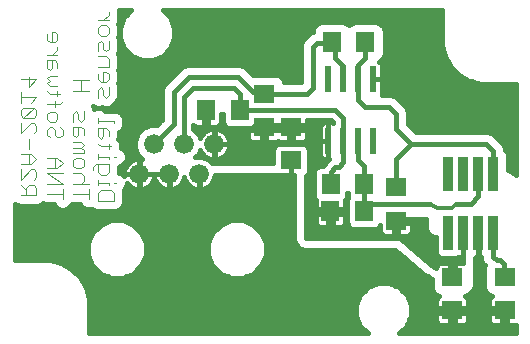
<source format=gbl>
G75*
G70*
%OFA0B0*%
%FSLAX24Y24*%
%IPPOS*%
%LPD*%
%AMOC8*
5,1,8,0,0,1.08239X$1,22.5*
%
%ADD10C,0.0040*%
%ADD11R,0.0709X0.0630*%
%ADD12R,0.0236X0.0866*%
%ADD13R,0.0354X0.1181*%
%ADD14R,0.0710X0.0630*%
%ADD15R,0.0630X0.0710*%
%ADD16C,0.0660*%
%ADD17C,0.0160*%
%ADD18C,0.0120*%
D10*
X002399Y005281D02*
X002399Y005628D01*
X002399Y005797D02*
X001879Y006144D01*
X002399Y006144D01*
X002754Y006152D02*
X003014Y006152D01*
X003101Y006065D01*
X003101Y005892D01*
X003014Y005805D01*
X003274Y005805D02*
X002754Y005805D01*
X002399Y005797D02*
X001879Y005797D01*
X001879Y005455D02*
X002399Y005455D01*
X002754Y005463D02*
X003274Y005463D01*
X003274Y005636D02*
X003274Y005289D01*
X003589Y005238D02*
X003589Y005498D01*
X003675Y005585D01*
X004022Y005585D01*
X004109Y005498D01*
X004109Y005238D01*
X003589Y005238D01*
X003589Y005754D02*
X003589Y005927D01*
X003589Y005840D02*
X003935Y005840D01*
X003935Y005754D01*
X004109Y005840D02*
X004196Y005840D01*
X003935Y006184D02*
X003849Y006098D01*
X003675Y006098D01*
X003589Y006184D01*
X003589Y006444D01*
X003502Y006444D02*
X003415Y006358D01*
X003415Y006271D01*
X003502Y006444D02*
X003935Y006444D01*
X003935Y006184D01*
X003935Y006613D02*
X003935Y006700D01*
X003589Y006700D01*
X003589Y006613D02*
X003589Y006787D01*
X003675Y007044D02*
X003589Y007130D01*
X003675Y007044D02*
X004022Y007044D01*
X003935Y007130D02*
X003935Y006957D01*
X004109Y006700D02*
X004196Y006700D01*
X003675Y007301D02*
X003762Y007387D01*
X003762Y007648D01*
X003849Y007648D02*
X003589Y007648D01*
X003589Y007387D01*
X003675Y007301D01*
X003935Y007387D02*
X003935Y007561D01*
X003849Y007648D01*
X003589Y007816D02*
X003589Y007990D01*
X003589Y007903D02*
X004109Y007903D01*
X004109Y007816D01*
X003101Y007954D02*
X003101Y008214D01*
X002927Y008128D02*
X002927Y007954D01*
X003014Y007867D01*
X003101Y007954D01*
X002927Y008128D02*
X002841Y008214D01*
X002754Y008128D01*
X002754Y007867D01*
X002754Y007699D02*
X002754Y007438D01*
X002841Y007352D01*
X002927Y007438D01*
X002927Y007699D01*
X003014Y007699D02*
X003101Y007612D01*
X003101Y007438D01*
X003014Y007183D02*
X002754Y007183D01*
X002754Y007010D02*
X003014Y007010D01*
X003101Y007096D01*
X003014Y007183D01*
X003014Y007010D02*
X003101Y006923D01*
X003101Y006836D01*
X002754Y006836D01*
X002841Y006667D02*
X003014Y006667D01*
X003101Y006581D01*
X003101Y006407D01*
X003014Y006320D01*
X002841Y006320D01*
X002754Y006407D01*
X002754Y006581D01*
X002841Y006667D01*
X002399Y006486D02*
X002226Y006660D01*
X001879Y006660D01*
X002139Y006660D02*
X002139Y006313D01*
X002226Y006313D02*
X001879Y006313D01*
X002226Y006313D02*
X002399Y006486D01*
X001524Y006619D02*
X001351Y006792D01*
X001004Y006792D01*
X001264Y006792D02*
X001264Y006445D01*
X001351Y006445D02*
X001004Y006445D01*
X001004Y006277D02*
X001004Y005930D01*
X001351Y006277D01*
X001438Y006277D01*
X001524Y006190D01*
X001524Y006017D01*
X001438Y005930D01*
X001438Y005761D02*
X001264Y005761D01*
X001177Y005674D01*
X001177Y005414D01*
X001004Y005414D02*
X001524Y005414D01*
X001524Y005674D01*
X001438Y005761D01*
X001177Y005588D02*
X001004Y005761D01*
X001351Y006445D02*
X001524Y006619D01*
X001264Y006961D02*
X001264Y007308D01*
X001438Y007477D02*
X001524Y007563D01*
X001524Y007737D01*
X001438Y007824D01*
X001351Y007824D01*
X001004Y007477D01*
X001004Y007824D01*
X001091Y007992D02*
X001438Y008339D01*
X001091Y008339D01*
X001004Y008253D01*
X001004Y008079D01*
X001091Y007992D01*
X001438Y007992D01*
X001524Y008079D01*
X001524Y008253D01*
X001438Y008339D01*
X001351Y008508D02*
X001524Y008681D01*
X001004Y008681D01*
X001004Y008508D02*
X001004Y008855D01*
X001264Y009024D02*
X001264Y009371D01*
X001004Y009284D02*
X001524Y009284D01*
X001264Y009024D01*
X001879Y009149D02*
X001966Y009063D01*
X002226Y009063D01*
X002226Y008892D02*
X002226Y008719D01*
X002313Y008806D02*
X001966Y008806D01*
X001879Y008892D01*
X001879Y009149D02*
X001966Y009236D01*
X001879Y009323D01*
X001966Y009410D01*
X002226Y009410D01*
X002226Y009665D02*
X002226Y009839D01*
X002139Y009925D01*
X001879Y009925D01*
X001879Y009665D01*
X001966Y009578D01*
X002052Y009665D01*
X002052Y009925D01*
X002052Y010094D02*
X002226Y010267D01*
X002226Y010354D01*
X002139Y010524D02*
X002226Y010610D01*
X002226Y010784D01*
X002139Y010871D01*
X002052Y010871D01*
X002052Y010524D01*
X001966Y010524D02*
X002139Y010524D01*
X001966Y010524D02*
X001879Y010610D01*
X001879Y010784D01*
X001879Y010094D02*
X002226Y010094D01*
X002754Y009246D02*
X003274Y009246D01*
X003014Y009246D02*
X003014Y008899D01*
X002754Y008899D02*
X003274Y008899D01*
X003589Y008936D02*
X003589Y008676D01*
X003762Y008762D02*
X003849Y008676D01*
X003935Y008762D01*
X003935Y009023D01*
X003849Y009191D02*
X003935Y009278D01*
X003935Y009452D01*
X003849Y009538D01*
X003762Y009538D01*
X003762Y009191D01*
X003675Y009191D02*
X003849Y009191D01*
X003675Y009191D02*
X003589Y009278D01*
X003589Y009452D01*
X003589Y009707D02*
X003935Y009707D01*
X003935Y009967D01*
X003849Y010054D01*
X003589Y010054D01*
X003589Y010223D02*
X003589Y010483D01*
X003675Y010570D01*
X003762Y010483D01*
X003762Y010309D01*
X003849Y010223D01*
X003935Y010309D01*
X003935Y010570D01*
X003849Y010738D02*
X003675Y010738D01*
X003589Y010825D01*
X003589Y010998D01*
X003675Y011085D01*
X003849Y011085D01*
X003935Y010998D01*
X003935Y010825D01*
X003849Y010738D01*
X003935Y011254D02*
X003589Y011254D01*
X003762Y011254D02*
X003935Y011427D01*
X003935Y011514D01*
X003675Y009023D02*
X003762Y008936D01*
X003762Y008762D01*
X003589Y008936D02*
X003675Y009023D01*
X002399Y008549D02*
X002313Y008462D01*
X001879Y008462D01*
X002139Y008375D02*
X002139Y008549D01*
X002139Y008206D02*
X001966Y008206D01*
X001879Y008120D01*
X001879Y007946D01*
X001966Y007860D01*
X002139Y007860D01*
X002226Y007946D01*
X002226Y008120D01*
X002139Y008206D01*
X002052Y007691D02*
X001966Y007691D01*
X001879Y007604D01*
X001879Y007431D01*
X001966Y007344D01*
X002139Y007431D02*
X002139Y007604D01*
X002052Y007691D01*
X002313Y007691D02*
X002399Y007604D01*
X002399Y007431D01*
X002313Y007344D01*
X002226Y007344D01*
X002139Y007431D01*
X002754Y007699D02*
X003014Y007699D01*
D11*
X010011Y007681D03*
X010011Y006578D03*
X015386Y002681D03*
X015386Y001578D03*
X017136Y001578D03*
X017136Y002681D03*
D12*
X012761Y007231D03*
X012261Y007231D03*
X011761Y007231D03*
X011261Y007231D03*
X011261Y009278D03*
X011761Y009278D03*
X012261Y009278D03*
X012761Y009278D03*
D13*
X015261Y006114D03*
X015761Y006114D03*
X016261Y006114D03*
X016761Y006114D03*
X016761Y004145D03*
X016261Y004145D03*
X015761Y004145D03*
X015261Y004145D03*
D14*
X013511Y004570D03*
X013511Y005689D03*
X009119Y007684D03*
X009119Y008804D03*
D15*
X008304Y008244D03*
X007184Y008244D03*
X011377Y010514D03*
X012496Y010514D03*
X012454Y005787D03*
X011334Y005787D03*
X011327Y004880D03*
X012446Y004880D03*
D16*
X007456Y007124D03*
X006456Y007124D03*
X005456Y007124D03*
X004956Y006124D03*
X005956Y006124D03*
X006956Y006124D03*
D17*
X003274Y001971D02*
X003274Y000814D01*
X012567Y000814D01*
X012320Y001061D01*
X012182Y001395D01*
X012182Y001757D01*
X012320Y002092D01*
X012576Y002348D01*
X012911Y002487D01*
X013273Y002487D01*
X013608Y002348D01*
X013864Y002092D01*
X014003Y001757D01*
X014003Y001395D01*
X013864Y001061D01*
X013617Y000814D01*
X017497Y000814D01*
X017497Y001083D01*
X017214Y001083D01*
X017214Y001501D01*
X017059Y001501D01*
X016602Y001501D01*
X016602Y001240D01*
X016614Y001194D01*
X016638Y001153D01*
X016672Y001119D01*
X016713Y001096D01*
X016758Y001083D01*
X017059Y001083D01*
X017059Y001501D01*
X017059Y001656D01*
X016602Y001656D01*
X016602Y001917D01*
X016614Y001963D01*
X016638Y002004D01*
X016672Y002037D01*
X016700Y002054D01*
X016601Y002094D01*
X016511Y002184D01*
X016462Y002302D01*
X016462Y003059D01*
X016469Y003077D01*
X016422Y003124D01*
X016361Y003271D01*
X016361Y003325D01*
X016313Y003373D01*
X016312Y003375D01*
X016270Y003375D01*
X016270Y003477D01*
X016264Y003491D01*
X016264Y003997D01*
X016259Y003997D01*
X016259Y003491D01*
X016253Y003477D01*
X016253Y003375D01*
X016210Y003375D01*
X016210Y003373D01*
X016161Y003325D01*
X016161Y002561D01*
X016168Y002538D01*
X016161Y002482D01*
X016161Y002425D01*
X016152Y002403D01*
X016150Y002380D01*
X016122Y002330D01*
X016101Y002278D01*
X016084Y002261D01*
X016072Y002241D01*
X016028Y002205D01*
X016016Y002193D01*
X016012Y002184D01*
X015922Y002094D01*
X015823Y002054D01*
X015851Y002037D01*
X015885Y002004D01*
X015908Y001963D01*
X015921Y001917D01*
X015921Y001656D01*
X015464Y001656D01*
X015464Y001501D01*
X015921Y001501D01*
X015921Y001240D01*
X015908Y001194D01*
X015885Y001153D01*
X015851Y001119D01*
X015810Y001096D01*
X015764Y001083D01*
X015464Y001083D01*
X015464Y001501D01*
X015309Y001501D01*
X014852Y001501D01*
X014852Y001240D01*
X014864Y001194D01*
X014888Y001153D01*
X014922Y001119D01*
X014963Y001096D01*
X015008Y001083D01*
X015309Y001083D01*
X015309Y001501D01*
X015309Y001656D01*
X014852Y001656D01*
X014852Y001917D01*
X014864Y001963D01*
X014888Y002004D01*
X014922Y002037D01*
X014950Y002054D01*
X014851Y002094D01*
X014761Y002184D01*
X014712Y002302D01*
X014712Y002630D01*
X014474Y002762D01*
X014433Y002776D01*
X014405Y002801D01*
X014373Y002819D01*
X014346Y002852D01*
X013486Y003605D01*
X010432Y003605D01*
X010285Y003665D01*
X010172Y003778D01*
X010111Y003925D01*
X010111Y006083D01*
X010089Y006083D01*
X010089Y006094D01*
X009934Y006091D01*
X009934Y006083D01*
X009633Y006083D01*
X009633Y006083D01*
X009617Y006083D01*
X009613Y006085D01*
X008245Y006078D01*
X008241Y006077D01*
X008165Y006078D01*
X008090Y006078D01*
X008086Y006079D01*
X007466Y006090D01*
X007466Y006083D01*
X007454Y006004D01*
X007429Y005928D01*
X007392Y005856D01*
X007345Y005791D01*
X007289Y005735D01*
X007224Y005687D01*
X007152Y005651D01*
X007076Y005626D01*
X006996Y005614D01*
X006965Y005614D01*
X006965Y006098D01*
X006948Y006098D01*
X006948Y005614D01*
X006916Y005614D01*
X006837Y005626D01*
X006761Y005651D01*
X006689Y005687D01*
X006624Y005735D01*
X006567Y005791D01*
X006520Y005856D01*
X006484Y005928D01*
X006459Y006004D01*
X006456Y006020D01*
X006454Y006004D01*
X006429Y005928D01*
X006392Y005856D01*
X006345Y005791D01*
X006289Y005735D01*
X006224Y005687D01*
X006152Y005651D01*
X006076Y005626D01*
X005996Y005614D01*
X005965Y005614D01*
X005965Y006115D01*
X005948Y006115D01*
X005948Y005614D01*
X005916Y005614D01*
X005837Y005626D01*
X005761Y005651D01*
X005689Y005687D01*
X005624Y005735D01*
X005567Y005791D01*
X005520Y005856D01*
X005484Y005928D01*
X005459Y006004D01*
X005456Y006020D01*
X005454Y006004D01*
X005429Y005928D01*
X005392Y005856D01*
X005345Y005791D01*
X005289Y005735D01*
X005224Y005687D01*
X005152Y005651D01*
X005076Y005626D01*
X004996Y005614D01*
X004965Y005614D01*
X004965Y006115D01*
X004965Y006132D01*
X005466Y006132D01*
X005948Y006132D01*
X005948Y006115D01*
X004965Y006115D01*
X004948Y006115D01*
X004948Y005614D01*
X004916Y005614D01*
X004837Y005626D01*
X004761Y005651D01*
X004689Y005687D01*
X004624Y005735D01*
X004567Y005791D01*
X004536Y005835D01*
X004536Y005773D01*
X004484Y005648D01*
X004435Y005599D01*
X004449Y005566D01*
X004449Y005170D01*
X004397Y005046D01*
X004302Y004950D01*
X004177Y004898D01*
X003521Y004898D01*
X003396Y004950D01*
X003381Y004965D01*
X003342Y004949D01*
X003207Y004949D01*
X003082Y005001D01*
X002986Y005097D01*
X002975Y005123D01*
X002702Y005123D01*
X002688Y005089D01*
X002592Y004993D01*
X002467Y004941D01*
X002332Y004941D01*
X002207Y004993D01*
X002111Y005089D01*
X002100Y005115D01*
X001811Y005115D01*
X001737Y005146D01*
X001717Y005126D01*
X001592Y005074D01*
X000936Y005074D01*
X000814Y005125D01*
X000814Y003274D01*
X001971Y003274D01*
X002353Y003172D01*
X002353Y003172D01*
X002695Y002974D01*
X002695Y002974D01*
X002974Y002695D01*
X002974Y002695D01*
X003172Y002353D01*
X003172Y002353D01*
X003274Y001971D01*
X003274Y001920D02*
X012249Y001920D01*
X012183Y001762D02*
X003274Y001762D01*
X003274Y001603D02*
X012182Y001603D01*
X012182Y001445D02*
X003274Y001445D01*
X003274Y001286D02*
X012227Y001286D01*
X012292Y001128D02*
X003274Y001128D01*
X003274Y000969D02*
X012412Y000969D01*
X013773Y000969D02*
X017497Y000969D01*
X017214Y001128D02*
X017059Y001128D01*
X017059Y001286D02*
X017214Y001286D01*
X017214Y001445D02*
X017059Y001445D01*
X017059Y001603D02*
X015464Y001603D01*
X015309Y001603D02*
X014003Y001603D01*
X014001Y001762D02*
X014852Y001762D01*
X014853Y001920D02*
X013935Y001920D01*
X013870Y002079D02*
X014889Y002079D01*
X014739Y002237D02*
X013719Y002237D01*
X013493Y002396D02*
X014712Y002396D01*
X014712Y002554D02*
X003056Y002554D01*
X002957Y002713D02*
X003897Y002713D01*
X004015Y002664D02*
X004397Y002664D01*
X004750Y002810D01*
X005020Y003080D01*
X005166Y003433D01*
X005166Y003815D01*
X005020Y004167D01*
X004750Y004437D01*
X004397Y004584D01*
X004015Y004584D01*
X003663Y004437D01*
X003392Y004167D01*
X003246Y003815D01*
X003246Y003433D01*
X003392Y003080D01*
X003663Y002810D01*
X004015Y002664D01*
X003601Y002871D02*
X002798Y002871D01*
X002599Y003030D02*
X003443Y003030D01*
X003348Y003188D02*
X002292Y003188D01*
X003282Y003347D02*
X000814Y003347D01*
X000814Y003505D02*
X003246Y003505D01*
X003246Y003664D02*
X000814Y003664D01*
X000814Y003822D02*
X003249Y003822D01*
X003315Y003981D02*
X000814Y003981D01*
X000814Y004139D02*
X003381Y004139D01*
X003523Y004298D02*
X000814Y004298D01*
X000814Y004456D02*
X003708Y004456D01*
X003440Y004932D02*
X000814Y004932D01*
X000814Y004773D02*
X010111Y004773D01*
X010111Y004615D02*
X000814Y004615D01*
X000814Y005090D02*
X000898Y005090D01*
X001631Y005090D02*
X002110Y005090D01*
X002688Y005090D02*
X002992Y005090D01*
X004258Y004932D02*
X010111Y004932D01*
X010111Y005090D02*
X004416Y005090D01*
X004449Y005249D02*
X010111Y005249D01*
X010111Y005407D02*
X004449Y005407D01*
X004449Y005566D02*
X010111Y005566D01*
X010111Y005724D02*
X007274Y005724D01*
X007406Y005883D02*
X010111Y005883D01*
X010011Y005761D02*
X009994Y005744D01*
X009119Y005744D01*
X008369Y004994D01*
X008397Y004584D02*
X008015Y004584D01*
X007663Y004437D01*
X007392Y004167D01*
X007246Y003815D01*
X007246Y003433D01*
X007392Y003080D01*
X007663Y002810D01*
X008015Y002664D01*
X008397Y002664D01*
X008750Y002810D01*
X009020Y003080D01*
X009166Y003433D01*
X009166Y003815D01*
X009020Y004167D01*
X008750Y004437D01*
X008397Y004584D01*
X008705Y004456D02*
X010111Y004456D01*
X010111Y004298D02*
X008890Y004298D01*
X009032Y004139D02*
X010111Y004139D01*
X010111Y003981D02*
X009097Y003981D01*
X009163Y003822D02*
X010154Y003822D01*
X010289Y003664D02*
X009166Y003664D01*
X009166Y003505D02*
X013600Y003505D01*
X013781Y003347D02*
X009131Y003347D01*
X009065Y003188D02*
X013962Y003188D01*
X014143Y003030D02*
X008970Y003030D01*
X008812Y002871D02*
X014324Y002871D01*
X014563Y002713D02*
X008516Y002713D01*
X007897Y002713D02*
X004516Y002713D01*
X004812Y002871D02*
X007601Y002871D01*
X007443Y003030D02*
X004970Y003030D01*
X005065Y003188D02*
X007348Y003188D01*
X007282Y003347D02*
X005131Y003347D01*
X005166Y003505D02*
X007246Y003505D01*
X007246Y003664D02*
X005166Y003664D01*
X005163Y003822D02*
X007249Y003822D01*
X007315Y003981D02*
X005097Y003981D01*
X005032Y004139D02*
X007381Y004139D01*
X007523Y004298D02*
X004890Y004298D01*
X004705Y004456D02*
X007708Y004456D01*
X006965Y005724D02*
X006948Y005724D01*
X006948Y005883D02*
X006965Y005883D01*
X006948Y006041D02*
X006965Y006041D01*
X006638Y005724D02*
X006274Y005724D01*
X006406Y005883D02*
X006507Y005883D01*
X005965Y005883D02*
X005948Y005883D01*
X005948Y006041D02*
X005965Y006041D01*
X005948Y005724D02*
X005965Y005724D01*
X005638Y005724D02*
X005274Y005724D01*
X005406Y005883D02*
X005507Y005883D01*
X004965Y005883D02*
X004948Y005883D01*
X004948Y006041D02*
X004965Y006041D01*
X004948Y006115D02*
X004446Y006115D01*
X004446Y006083D01*
X004449Y006068D01*
X004388Y006129D01*
X004275Y006175D01*
X004275Y006365D01*
X004388Y006412D01*
X004484Y006507D01*
X004536Y006632D01*
X004536Y006768D01*
X004484Y006892D01*
X004388Y006988D01*
X004362Y006999D01*
X004362Y007111D01*
X004310Y007236D01*
X004261Y007285D01*
X004275Y007320D01*
X004275Y007517D01*
X004302Y007528D01*
X004397Y007624D01*
X004449Y007749D01*
X004449Y007971D01*
X004397Y008096D01*
X004302Y008191D01*
X004177Y008243D01*
X003816Y008243D01*
X003781Y008278D01*
X003656Y008330D01*
X003521Y008330D01*
X003436Y008294D01*
X003397Y008387D01*
X003521Y008336D01*
X003656Y008336D01*
X003719Y008362D01*
X003781Y008336D01*
X003916Y008336D01*
X004002Y008371D01*
X004041Y008387D01*
X004041Y008387D01*
X004041Y008387D01*
X004087Y008433D01*
X004128Y008474D01*
X004134Y008480D01*
X004224Y008570D01*
X004233Y008593D01*
X004275Y008695D01*
X004275Y009090D01*
X004251Y009150D01*
X004275Y009210D01*
X004275Y009519D01*
X004251Y009579D01*
X004275Y009639D01*
X004275Y010035D01*
X004233Y010138D01*
X004233Y010140D01*
X004275Y010242D01*
X004275Y010637D01*
X004251Y010697D01*
X004275Y010757D01*
X004275Y011066D01*
X004251Y011126D01*
X004275Y011186D01*
X004275Y011322D01*
X004268Y011341D01*
X004275Y011360D01*
X004275Y011582D01*
X004272Y011591D01*
X004693Y011591D01*
X004446Y011344D01*
X004308Y011009D01*
X004308Y010647D01*
X004446Y010313D01*
X004702Y010056D01*
X005037Y009918D01*
X005399Y009918D01*
X005734Y010056D01*
X005990Y010313D01*
X006129Y010647D01*
X006129Y011009D01*
X005990Y011344D01*
X005743Y011591D01*
X015036Y011591D01*
X015036Y010434D01*
X015138Y010052D01*
X015336Y009710D01*
X015336Y009710D01*
X015615Y009430D01*
X015615Y009430D01*
X015958Y009233D01*
X016339Y009130D01*
X017497Y009130D01*
X017497Y006084D01*
X017485Y006112D01*
X017388Y006209D01*
X017261Y006262D01*
X017259Y006262D01*
X017259Y006768D01*
X017210Y006886D01*
X017161Y006934D01*
X017161Y006959D01*
X017101Y007106D01*
X016738Y007469D01*
X016591Y007530D01*
X014177Y007530D01*
X013911Y007795D01*
X013911Y008209D01*
X013851Y008356D01*
X013499Y008708D01*
X013352Y008769D01*
X013043Y008769D01*
X013047Y008776D01*
X013060Y008821D01*
X013060Y009278D01*
X012761Y009278D01*
X012761Y009278D01*
X013060Y009278D01*
X013060Y009735D01*
X013047Y009781D01*
X013024Y009822D01*
X012990Y009855D01*
X012958Y009874D01*
X012993Y009888D01*
X013083Y009978D01*
X013131Y010096D01*
X013131Y010933D01*
X013083Y011051D01*
X012993Y011141D01*
X012875Y011189D01*
X012118Y011189D01*
X012000Y011141D01*
X011937Y011077D01*
X011873Y011141D01*
X011755Y011189D01*
X010998Y011189D01*
X010881Y011141D01*
X010791Y011051D01*
X010742Y010933D01*
X010742Y010874D01*
X010642Y010833D01*
X010530Y010720D01*
X010405Y010595D01*
X010344Y010448D01*
X010344Y009204D01*
X009785Y009204D01*
X009745Y009300D01*
X009655Y009390D01*
X009537Y009439D01*
X008740Y009439D01*
X008470Y009708D01*
X008323Y009769D01*
X006539Y009769D01*
X006392Y009708D01*
X005892Y009208D01*
X005780Y009095D01*
X005719Y008948D01*
X005719Y007952D01*
X005541Y007774D01*
X005327Y007774D01*
X005088Y007675D01*
X004905Y007492D01*
X004806Y007253D01*
X004806Y006994D01*
X004905Y006755D01*
X005033Y006628D01*
X004996Y006634D01*
X004965Y006634D01*
X004965Y006132D01*
X004948Y006132D01*
X004948Y006634D01*
X004916Y006634D01*
X004837Y006621D01*
X004761Y006596D01*
X004689Y006560D01*
X004624Y006513D01*
X004567Y006456D01*
X004520Y006391D01*
X004484Y006319D01*
X004459Y006243D01*
X004446Y006164D01*
X004446Y006132D01*
X004948Y006132D01*
X004948Y006115D01*
X004948Y006200D02*
X004965Y006200D01*
X004948Y006358D02*
X004965Y006358D01*
X004948Y006517D02*
X004965Y006517D01*
X004630Y006517D02*
X004488Y006517D01*
X004503Y006358D02*
X004275Y006358D01*
X004275Y006200D02*
X004452Y006200D01*
X004516Y005724D02*
X004638Y005724D01*
X004948Y005724D02*
X004965Y005724D01*
X004985Y006675D02*
X004536Y006675D01*
X004508Y006834D02*
X004873Y006834D01*
X004807Y006992D02*
X004378Y006992D01*
X004346Y007151D02*
X004806Y007151D01*
X004830Y007309D02*
X004271Y007309D01*
X004275Y007468D02*
X004895Y007468D01*
X005040Y007626D02*
X004398Y007626D01*
X004449Y007785D02*
X005552Y007785D01*
X005710Y007943D02*
X004449Y007943D01*
X004391Y008102D02*
X005719Y008102D01*
X005719Y008260D02*
X003799Y008260D01*
X004073Y008419D02*
X005719Y008419D01*
X005719Y008577D02*
X004227Y008577D01*
X004224Y008570D02*
X004224Y008570D01*
X004224Y008570D01*
X004128Y008474D02*
X004128Y008474D01*
X004275Y008736D02*
X005719Y008736D01*
X005719Y008894D02*
X004275Y008894D01*
X004275Y009053D02*
X005762Y009053D01*
X005896Y009211D02*
X004275Y009211D01*
X004275Y009370D02*
X006054Y009370D01*
X006213Y009528D02*
X004272Y009528D01*
X004275Y009687D02*
X006371Y009687D01*
X006619Y009369D02*
X006119Y008869D01*
X006119Y007786D01*
X005456Y007124D01*
X006434Y007124D02*
X006434Y008684D01*
X006744Y008994D01*
X008119Y008994D01*
X008304Y008809D01*
X008304Y008244D01*
X011494Y008244D01*
X011744Y007994D01*
X011744Y007249D01*
X011761Y007231D01*
X011761Y006511D01*
X011619Y006369D01*
X011494Y006369D01*
X011334Y006209D01*
X011334Y005787D01*
X010779Y005724D02*
X010511Y005724D01*
X010511Y005883D02*
X010779Y005883D01*
X010779Y006041D02*
X010511Y006041D01*
X010511Y006070D02*
X010569Y006127D01*
X010606Y006216D01*
X010606Y006941D01*
X010569Y007029D01*
X010502Y007097D01*
X010413Y007133D01*
X009609Y007133D01*
X009521Y007097D01*
X009454Y007029D01*
X009417Y006941D01*
X009417Y006484D01*
X008168Y006478D01*
X007395Y006491D01*
X007279Y006607D01*
X007070Y006694D01*
X006843Y006694D01*
X006825Y006686D01*
X006940Y006801D01*
X006988Y006919D01*
X007020Y006856D01*
X007067Y006791D01*
X007124Y006735D01*
X007189Y006687D01*
X007261Y006651D01*
X007337Y006626D01*
X007416Y006614D01*
X007448Y006614D01*
X007448Y007115D01*
X007465Y007115D01*
X007465Y007132D01*
X007966Y007132D01*
X007966Y007164D01*
X007954Y007243D01*
X007929Y007319D01*
X007892Y007391D01*
X007845Y007456D01*
X007789Y007513D01*
X007724Y007560D01*
X007652Y007596D01*
X007576Y007621D01*
X007496Y007634D01*
X007465Y007634D01*
X007465Y007132D01*
X007448Y007132D01*
X007448Y007634D01*
X007416Y007634D01*
X007337Y007621D01*
X007261Y007596D01*
X007189Y007560D01*
X007124Y007513D01*
X007067Y007456D01*
X007020Y007391D01*
X006988Y007329D01*
X006940Y007447D01*
X006779Y007607D01*
X006754Y007617D01*
X006754Y007749D01*
X006758Y007745D01*
X006799Y007721D01*
X006845Y007709D01*
X007106Y007709D01*
X007106Y008130D01*
X007261Y008130D01*
X007261Y007709D01*
X007523Y007709D01*
X007568Y007721D01*
X007609Y007745D01*
X007643Y007778D01*
X007667Y007819D01*
X007679Y007865D01*
X007679Y008130D01*
X007749Y008130D01*
X007749Y007841D01*
X007785Y007753D01*
X007853Y007685D01*
X007941Y007649D01*
X008666Y007649D01*
X008754Y007685D01*
X008822Y007753D01*
X008825Y007761D01*
X009041Y007761D01*
X009041Y007606D01*
X009196Y007606D01*
X009196Y007189D01*
X009497Y007189D01*
X009543Y007201D01*
X009563Y007212D01*
X009588Y007198D01*
X009633Y007186D01*
X009934Y007186D01*
X009934Y007603D01*
X010089Y007603D01*
X010089Y007186D01*
X010389Y007186D01*
X010435Y007198D01*
X010476Y007222D01*
X010510Y007255D01*
X010533Y007296D01*
X010546Y007342D01*
X010546Y007603D01*
X010089Y007603D01*
X010089Y007758D01*
X010546Y007758D01*
X010546Y007924D01*
X011361Y007924D01*
X011424Y007861D01*
X011424Y007838D01*
X011403Y007844D01*
X011261Y007844D01*
X011120Y007844D01*
X011074Y007832D01*
X011033Y007808D01*
X010999Y007774D01*
X010976Y007733D01*
X010963Y007688D01*
X010963Y007231D01*
X011261Y007231D01*
X011261Y007231D01*
X010963Y007231D01*
X010963Y006774D01*
X010976Y006728D01*
X010999Y006687D01*
X011033Y006654D01*
X011074Y006630D01*
X011120Y006618D01*
X011261Y006618D01*
X011261Y007231D01*
X011261Y007844D01*
X011261Y007231D01*
X011261Y007231D01*
X011261Y007231D01*
X011238Y007630D01*
X011261Y007626D02*
X011261Y007626D01*
X011261Y007785D02*
X011261Y007785D01*
X011009Y007785D02*
X010546Y007785D01*
X010963Y007626D02*
X010089Y007626D01*
X010063Y007630D02*
X010011Y007681D01*
X009934Y007626D02*
X009196Y007626D01*
X009196Y007606D02*
X009196Y007761D01*
X009477Y007761D01*
X009477Y007758D01*
X009934Y007758D01*
X009934Y007603D01*
X009654Y007603D01*
X009654Y007606D01*
X009196Y007606D01*
X009196Y007468D02*
X009041Y007468D01*
X009041Y007606D02*
X009041Y007189D01*
X008740Y007189D01*
X008694Y007201D01*
X008653Y007225D01*
X008620Y007258D01*
X008596Y007299D01*
X008584Y007345D01*
X008584Y007606D01*
X009041Y007606D01*
X009041Y007626D02*
X007543Y007626D01*
X007465Y007626D02*
X007448Y007626D01*
X007369Y007626D02*
X006754Y007626D01*
X006918Y007468D02*
X007079Y007468D01*
X007448Y007468D02*
X007465Y007468D01*
X007448Y007309D02*
X007465Y007309D01*
X007448Y007151D02*
X007465Y007151D01*
X007465Y007115D02*
X007966Y007115D01*
X007966Y007083D01*
X007954Y007004D01*
X007929Y006928D01*
X007892Y006856D01*
X007845Y006791D01*
X007789Y006735D01*
X007724Y006687D01*
X007652Y006651D01*
X007576Y006626D01*
X007496Y006614D01*
X007465Y006614D01*
X007465Y007115D01*
X007465Y006992D02*
X007448Y006992D01*
X007448Y006834D02*
X007465Y006834D01*
X007448Y006675D02*
X007465Y006675D01*
X007700Y006675D02*
X009417Y006675D01*
X009417Y006834D02*
X007876Y006834D01*
X007950Y006992D02*
X009438Y006992D01*
X009196Y007309D02*
X009041Y007309D01*
X008593Y007309D02*
X007932Y007309D01*
X007966Y007151D02*
X010963Y007151D01*
X010963Y007309D02*
X010537Y007309D01*
X010546Y007468D02*
X010963Y007468D01*
X011261Y007468D02*
X011261Y007468D01*
X011261Y007309D02*
X011261Y007309D01*
X011261Y007231D02*
X011261Y006618D01*
X011290Y006618D01*
X011222Y006550D01*
X011063Y006390D01*
X011059Y006382D01*
X010972Y006382D01*
X010883Y006346D01*
X010816Y006278D01*
X010779Y006190D01*
X010779Y005384D01*
X010816Y005296D01*
X010836Y005276D01*
X010832Y005258D01*
X010832Y004957D01*
X011249Y004957D01*
X011249Y004802D01*
X010832Y004802D01*
X010832Y004501D01*
X010844Y004455D01*
X010868Y004414D01*
X010901Y004381D01*
X010942Y004357D01*
X010988Y004345D01*
X011249Y004345D01*
X011249Y004802D01*
X011404Y004802D01*
X011404Y004345D01*
X011665Y004345D01*
X011711Y004357D01*
X011752Y004381D01*
X011786Y004414D01*
X011809Y004455D01*
X011822Y004501D01*
X011822Y004802D01*
X011404Y004802D01*
X011404Y004957D01*
X011822Y004957D01*
X011822Y005258D01*
X011820Y005264D01*
X011853Y005296D01*
X011889Y005384D01*
X011889Y005502D01*
X011899Y005492D01*
X011899Y005384D01*
X011916Y005343D01*
X011891Y005282D01*
X011891Y004477D01*
X011928Y004389D01*
X011995Y004321D01*
X012084Y004285D01*
X012809Y004285D01*
X012897Y004321D01*
X012965Y004389D01*
X012976Y004417D01*
X012976Y004231D01*
X012989Y004185D01*
X013012Y004144D01*
X013046Y004111D01*
X013087Y004087D01*
X013133Y004075D01*
X013434Y004075D01*
X013434Y004492D01*
X013589Y004492D01*
X013589Y004075D01*
X013890Y004075D01*
X013936Y004087D01*
X013977Y004111D01*
X014010Y004144D01*
X014034Y004185D01*
X014046Y004231D01*
X014046Y004492D01*
X013589Y004492D01*
X013589Y004630D01*
X014525Y004630D01*
X014525Y004281D01*
X014572Y004169D01*
X014658Y004084D01*
X014770Y004037D01*
X014844Y004037D01*
X014844Y003507D01*
X014881Y003419D01*
X014948Y003351D01*
X015037Y003315D01*
X015486Y003315D01*
X015575Y003351D01*
X015598Y003375D01*
X015753Y003375D01*
X015753Y003888D01*
X015761Y003880D01*
X015761Y003176D01*
X015464Y003176D01*
X015464Y002758D01*
X015309Y002758D01*
X015309Y003176D01*
X015008Y003176D01*
X014963Y003163D01*
X014922Y003140D01*
X014888Y003106D01*
X014864Y003065D01*
X014852Y003019D01*
X014852Y003010D01*
X014636Y003130D01*
X013636Y004005D01*
X010511Y004005D01*
X010511Y006070D01*
X010599Y006200D02*
X010783Y006200D01*
X010914Y006358D02*
X010606Y006358D01*
X010606Y006517D02*
X011189Y006517D01*
X011261Y006675D02*
X011261Y006675D01*
X011261Y006834D02*
X011261Y006834D01*
X011261Y006992D02*
X011261Y006992D01*
X011261Y007151D02*
X011261Y007151D01*
X010963Y006992D02*
X010585Y006992D01*
X010606Y006834D02*
X010963Y006834D01*
X011011Y006675D02*
X010606Y006675D01*
X010011Y006578D02*
X010011Y005761D01*
X010111Y006041D02*
X007460Y006041D01*
X007369Y006517D02*
X009417Y006517D01*
X009934Y007309D02*
X010089Y007309D01*
X010089Y007468D02*
X009934Y007468D01*
X008584Y007468D02*
X007833Y007468D01*
X007772Y007785D02*
X007647Y007785D01*
X007679Y007943D02*
X007749Y007943D01*
X007749Y008102D02*
X007679Y008102D01*
X007261Y008102D02*
X007106Y008102D01*
X007106Y007943D02*
X007261Y007943D01*
X007261Y007785D02*
X007106Y007785D01*
X007037Y006834D02*
X006953Y006834D01*
X007114Y006675D02*
X007213Y006675D01*
X009119Y008804D02*
X010554Y008804D01*
X010744Y008994D01*
X010744Y010369D01*
X010869Y010494D01*
X011356Y010494D01*
X011377Y010514D01*
X011494Y010397D01*
X011494Y009994D01*
X011761Y009726D01*
X011761Y009278D01*
X011744Y009635D01*
X012261Y009761D02*
X012261Y009278D01*
X012261Y008601D01*
X012494Y008369D01*
X013272Y008369D01*
X013511Y008130D01*
X013511Y007630D01*
X014011Y007130D01*
X013511Y006630D01*
X013511Y005689D01*
X012630Y005130D02*
X012494Y004994D01*
X012494Y005079D01*
X012454Y005119D01*
X012454Y004887D01*
X012446Y004880D01*
X012494Y004994D02*
X012560Y004994D01*
X012630Y005130D02*
X014636Y005130D01*
X014525Y004615D02*
X013589Y004615D01*
X013589Y004456D02*
X013434Y004456D01*
X013434Y004298D02*
X013589Y004298D01*
X013589Y004139D02*
X013434Y004139D01*
X013664Y003981D02*
X014844Y003981D01*
X014844Y003822D02*
X013845Y003822D01*
X014026Y003664D02*
X014844Y003664D01*
X014845Y003505D02*
X014207Y003505D01*
X014388Y003347D02*
X014959Y003347D01*
X014855Y003030D02*
X014816Y003030D01*
X014569Y003188D02*
X015761Y003188D01*
X015761Y003347D02*
X015564Y003347D01*
X015753Y003505D02*
X015761Y003505D01*
X015753Y003664D02*
X015761Y003664D01*
X015753Y003822D02*
X015761Y003822D01*
X016259Y003822D02*
X016264Y003822D01*
X016259Y003664D02*
X016264Y003664D01*
X016259Y003505D02*
X016264Y003505D01*
X016340Y003347D02*
X016183Y003347D01*
X016161Y003188D02*
X016396Y003188D01*
X016462Y003030D02*
X016161Y003030D01*
X016161Y002871D02*
X016462Y002871D01*
X016462Y002713D02*
X016161Y002713D01*
X016163Y002554D02*
X016462Y002554D01*
X016462Y002396D02*
X016152Y002396D01*
X016068Y002237D02*
X016489Y002237D01*
X016639Y002079D02*
X015884Y002079D01*
X015920Y001920D02*
X016603Y001920D01*
X016602Y001762D02*
X015921Y001762D01*
X015921Y001445D02*
X016602Y001445D01*
X016602Y001286D02*
X015921Y001286D01*
X015860Y001128D02*
X016663Y001128D01*
X015464Y001128D02*
X015309Y001128D01*
X015309Y001286D02*
X015464Y001286D01*
X015464Y001445D02*
X015309Y001445D01*
X014852Y001445D02*
X014003Y001445D01*
X013958Y001286D02*
X014852Y001286D01*
X014913Y001128D02*
X013892Y001128D01*
X012465Y002237D02*
X003203Y002237D01*
X003245Y002079D02*
X012315Y002079D01*
X012691Y002396D02*
X003147Y002396D01*
X010511Y004139D02*
X013017Y004139D01*
X012976Y004298D02*
X012841Y004298D01*
X012052Y004298D02*
X010511Y004298D01*
X010511Y004456D02*
X010844Y004456D01*
X010832Y004615D02*
X010511Y004615D01*
X010511Y004773D02*
X010832Y004773D01*
X010511Y004932D02*
X011249Y004932D01*
X011404Y004932D02*
X011891Y004932D01*
X011891Y004773D02*
X011822Y004773D01*
X011822Y004615D02*
X011891Y004615D01*
X011900Y004456D02*
X011810Y004456D01*
X011404Y004456D02*
X011249Y004456D01*
X011249Y004615D02*
X011404Y004615D01*
X011404Y004773D02*
X011249Y004773D01*
X010832Y005090D02*
X010511Y005090D01*
X010511Y005249D02*
X010832Y005249D01*
X010779Y005407D02*
X010511Y005407D01*
X010511Y005566D02*
X010779Y005566D01*
X011822Y005249D02*
X011891Y005249D01*
X011889Y005407D02*
X011899Y005407D01*
X011891Y005090D02*
X011822Y005090D01*
X012454Y005119D02*
X012454Y005787D01*
X012454Y006409D01*
X012261Y006601D01*
X012261Y007231D01*
X011761Y007231D02*
X011744Y007624D01*
X013431Y008736D02*
X017497Y008736D01*
X017497Y008894D02*
X013060Y008894D01*
X013060Y009053D02*
X017497Y009053D01*
X017497Y008577D02*
X013629Y008577D01*
X013788Y008419D02*
X017497Y008419D01*
X017497Y008260D02*
X013890Y008260D01*
X013911Y008102D02*
X017497Y008102D01*
X017497Y007943D02*
X013911Y007943D01*
X013922Y007785D02*
X017497Y007785D01*
X017497Y007626D02*
X014080Y007626D01*
X014011Y007130D02*
X016511Y007130D01*
X016761Y006880D01*
X016761Y006114D01*
X016261Y006114D02*
X016261Y005380D01*
X016011Y005130D01*
X015511Y005130D01*
X014525Y004456D02*
X014046Y004456D01*
X014046Y004298D02*
X014525Y004298D01*
X014602Y004139D02*
X014005Y004139D01*
X015309Y003030D02*
X015464Y003030D01*
X015464Y002871D02*
X015309Y002871D01*
X016761Y003351D02*
X016869Y003244D01*
X016994Y003244D01*
X017119Y003119D01*
X017119Y002698D01*
X017136Y002681D01*
X016761Y003351D02*
X016761Y004145D01*
X016264Y003981D02*
X016259Y003981D01*
X017398Y006200D02*
X017497Y006200D01*
X017497Y006358D02*
X017259Y006358D01*
X017259Y006517D02*
X017497Y006517D01*
X017497Y006675D02*
X017259Y006675D01*
X017231Y006834D02*
X017497Y006834D01*
X017497Y006992D02*
X017148Y006992D01*
X017056Y007151D02*
X017497Y007151D01*
X017497Y007309D02*
X016897Y007309D01*
X016739Y007468D02*
X017497Y007468D01*
X016038Y009211D02*
X013060Y009211D01*
X013060Y009370D02*
X015720Y009370D01*
X015517Y009528D02*
X013060Y009528D01*
X013060Y009687D02*
X015359Y009687D01*
X015258Y009845D02*
X013000Y009845D01*
X013093Y010004D02*
X015166Y010004D01*
X015138Y010052D02*
X015138Y010052D01*
X015109Y010162D02*
X013131Y010162D01*
X013131Y010321D02*
X015066Y010321D01*
X015036Y010479D02*
X013131Y010479D01*
X013131Y010638D02*
X015036Y010638D01*
X015036Y010796D02*
X013131Y010796D01*
X013122Y010955D02*
X015036Y010955D01*
X015036Y011113D02*
X013020Y011113D01*
X012496Y010514D02*
X012494Y010512D01*
X012494Y009994D01*
X012261Y009761D01*
X010606Y010796D02*
X006129Y010796D01*
X006129Y010955D02*
X010751Y010955D01*
X010853Y011113D02*
X006086Y011113D01*
X006020Y011272D02*
X015036Y011272D01*
X015036Y011430D02*
X005904Y011430D01*
X005745Y011589D02*
X015036Y011589D01*
X011973Y011113D02*
X011900Y011113D01*
X010447Y010638D02*
X006125Y010638D01*
X006059Y010479D02*
X010357Y010479D01*
X010344Y010321D02*
X005993Y010321D01*
X005840Y010162D02*
X010344Y010162D01*
X010344Y010004D02*
X005607Y010004D01*
X004830Y010004D02*
X004275Y010004D01*
X004275Y009845D02*
X010344Y009845D01*
X010344Y009687D02*
X008491Y009687D01*
X008650Y009528D02*
X010344Y009528D01*
X010344Y009370D02*
X009675Y009370D01*
X009782Y009211D02*
X010344Y009211D01*
X009119Y008804D02*
X009054Y008869D01*
X008744Y008869D01*
X008244Y009369D01*
X006619Y009369D01*
X004597Y010162D02*
X004243Y010162D01*
X004275Y010321D02*
X004443Y010321D01*
X004377Y010479D02*
X004275Y010479D01*
X004275Y010638D02*
X004311Y010638D01*
X004308Y010796D02*
X004275Y010796D01*
X004275Y010955D02*
X004308Y010955D01*
X004351Y011113D02*
X004256Y011113D01*
X004275Y011272D02*
X004416Y011272D01*
X004532Y011430D02*
X004275Y011430D01*
X004273Y011589D02*
X004691Y011589D01*
X015958Y009233D02*
X015958Y009233D01*
D18*
X015511Y005130D02*
X015386Y005005D01*
X014886Y005005D01*
X014636Y005130D01*
M02*

</source>
